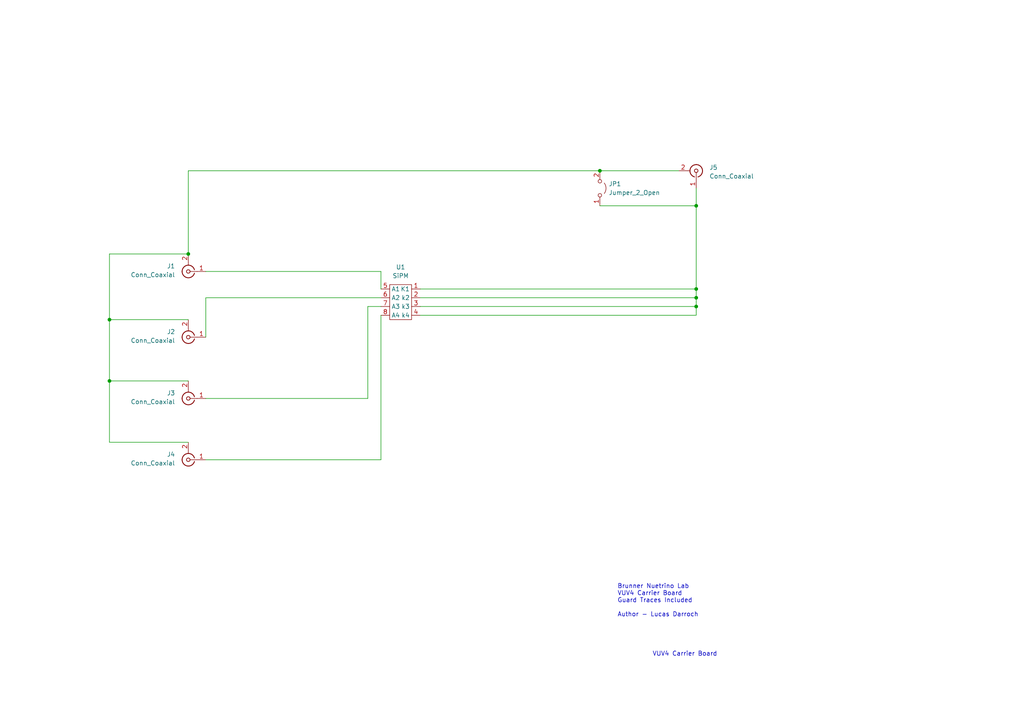
<source format=kicad_sch>
(kicad_sch (version 20211123) (generator eeschema)
  (paper "A4")
  (lib_symbols
    (symbol "Connector:Conn_Coaxial" (pin_names (offset 1.016) hide)
      (property "Reference" "J" (at 0.254 3.048 0))
      (property "Value" "Conn_Coaxial" (at 2.921 0 90))
      (symbol "Conn_Coaxial_0_1"
        (arc (start -1.778 -0.508) (mid 0.2311 -1.8066) (end 1.778 0) (stroke (width 0.254)))
        (polyline (pts (xy -2.54 0) (xy -0.508 0)))
        (polyline (pts (xy 0 -2.54) (xy 0 -1.778)))
        (circle (center 0 0) (radius 0.508) (stroke (width 0.2032)))
        (arc (start 1.778 0) (mid 0.2099 1.8101) (end -1.778 0.508) (stroke (width 0.254)))
      )
      (symbol "Conn_Coaxial_1_1"
        (pin passive line (at -5.08 0 0) (length 2.54) (name "In") (number "1"))
        (pin passive line (at 0 -5.08 90) (length 2.54) (name "Ext") (number "2"))
      )
    )
    (symbol "Jumper:Jumper_2_Open" (pin_names (offset 0) hide)
      (property "Reference" "JP" (at 0 2.794 0))
      (property "Value" "Jumper_2_Open" (at 0 -2.286 0))
      (symbol "Jumper_2_Open_0_0"
        (circle (center -2.032 0) (radius 0.508))
        (circle (center 2.032 0) (radius 0.508))
      )
      (symbol "Jumper_2_Open_0_1"
        (arc (start 1.524 1.27) (mid 0 1.778) (end -1.524 1.27))
      )
      (symbol "Jumper_2_Open_1_1"
        (pin passive line (at -5.08 0 0) (length 2.54) (name "A") (number "1"))
        (pin passive line (at 5.08 0 180) (length 2.54) (name "B") (number "2"))
      )
    )
    (symbol "VUV4-50q:SiPM"
      (property "Reference" "U1" (at 0.635 10.16 0))
      (property "Value" "SiPM" (at 0.635 7.62 0))
      (symbol "SiPM_0_1"
        (rectangle (start -2.54 5.08) (end 3.81 -5.08))
      )
      (symbol "SiPM_1_1"
        (pin output line (at 6.35 3.81 180) (length 2.54) (name "K1") (number "1"))
        (pin output line (at 6.35 1.27 180) (length 2.54) (name "k2") (number "2"))
        (pin output line (at 6.35 -1.27 180) (length 2.54) (name "k3") (number "3"))
        (pin output line (at 6.35 -3.81 180) (length 2.54) (name "k4") (number "4"))
        (pin input line (at -5.08 3.81 0) (length 2.54) (name "A1") (number "5"))
        (pin input line (at -5.08 1.27 0) (length 2.54) (name "A2") (number "6"))
        (pin input line (at -5.08 -1.27 0) (length 2.54) (name "A3") (number "7"))
        (pin input line (at -5.08 -3.81 0) (length 2.54) (name "A4") (number "8"))
      )
    )
  )
  (junction (at 201.93 59.69))
  (junction (at 201.93 83.82))
  (junction (at 54.61 73.66))
  (junction (at 31.75 110.49))
  (junction (at 173.99 49.53))
  (junction (at 201.93 86.36))
  (junction (at 31.75 92.71))
  (junction (at 201.93 88.9))
  (wire (pts (xy 201.93 86.36) (xy 201.93 88.9)))
  (wire (pts (xy 54.61 92.71) (xy 31.75 92.71)))
  (wire (pts (xy 106.68 115.57) (xy 59.69 115.57)))
  (wire (pts (xy 59.69 78.74) (xy 110.49 78.74)))
  (wire (pts (xy 201.93 91.44) (xy 121.92 91.44)))
  (wire (pts (xy 59.69 133.35) (xy 110.49 133.35)))
  (wire (pts (xy 201.93 54.61) (xy 201.93 59.69)))
  (wire (pts (xy 54.61 49.53) (xy 54.61 73.66)))
  (wire (pts (xy 110.49 133.35) (xy 110.49 91.44)))
  (wire (pts (xy 201.93 88.9) (xy 201.93 91.44)))
  (wire (pts (xy 121.92 88.9) (xy 201.93 88.9)))
  (wire (pts (xy 196.85 49.53) (xy 173.99 49.53)))
  (wire (pts (xy 59.69 86.36) (xy 59.69 97.79)))
  (wire (pts (xy 110.49 86.36) (xy 59.69 86.36)))
  (wire (pts (xy 106.68 88.9) (xy 106.68 115.57)))
  (wire (pts (xy 110.49 78.74) (xy 110.49 83.82)))
  (wire (pts (xy 31.75 92.71) (xy 31.75 110.49)))
  (wire (pts (xy 121.92 83.82) (xy 201.93 83.82)))
  (wire (pts (xy 31.75 110.49) (xy 31.75 128.27)))
  (wire (pts (xy 31.75 73.66) (xy 31.75 92.71)))
  (wire (pts (xy 31.75 128.27) (xy 54.61 128.27)))
  (wire (pts (xy 54.61 73.66) (xy 31.75 73.66)))
  (wire (pts (xy 121.92 86.36) (xy 201.93 86.36)))
  (wire (pts (xy 110.49 88.9) (xy 106.68 88.9)))
  (wire (pts (xy 173.99 49.53) (xy 54.61 49.53)))
  (wire (pts (xy 201.93 83.82) (xy 201.93 86.36)))
  (wire (pts (xy 31.75 110.49) (xy 54.61 110.49)))
  (wire (pts (xy 173.99 59.69) (xy 201.93 59.69)))
  (wire (pts (xy 201.93 59.69) (xy 201.93 83.82)))
  (text "VUV4 Carrier Board" (at 189.23 190.5 0) (effects (font (size 1.27 1.27)) (justify left bottom)))
  (text "Brunner Nuetrino Lab\nVUV4 Carrier Board\nGuard Traces Included\n\nAuthor - Lucas Darroch" (at 179.07 179.07 0) (effects (font (size 1.27 1.27)) (justify left bottom)))
  (symbol (lib_id "Connector:Conn_Coaxial") (at 54.61 115.57 180) (unit 1)
    (property "Reference" "J3" (at 50.8 114.0067 0) (effects (justify left)))
    (property "Value" "Conn_Coaxial" (at 50.8 116.5467 0) (effects (justify left)))
    (property "Footprint" "vuv4x2:MCX_Vertical" (effects hide))
    (property "Datasheet" " ~" (effects hide))
  )
  (symbol (lib_id "Jumper:Jumper_2_Open") (at 173.99 54.61 270) (mirror x) (unit 1)
    (property "Reference" "JP1" (at 176.53 53.3399 90) (effects (justify left)))
    (property "Value" "Jumper_2_Open" (at 176.53 55.8799 90) (effects (justify left)))
    (property "Footprint" "Connector_PinHeader_2.54mm:PinHeader_1x02_P2.54mm_Vertical" (effects hide))
  )
  (symbol (lib_id "Connector:Conn_Coaxial") (at 54.61 78.74 180) (unit 1)
    (property "Reference" "J1" (at 50.8 77.1767 0) (effects (justify left)))
    (property "Value" "Conn_Coaxial" (at 50.8 79.7167 0) (effects (justify left)))
    (property "Footprint" "vuv4x2:MCX_Vertical" (effects hide))
    (property "Datasheet" " ~" (effects hide))
  )
  (symbol (lib_id "Connector:Conn_Coaxial") (at 201.93 49.53 270) (mirror x) (unit 1)
    (property "Reference" "J5" (at 205.74 48.5773 90) (effects (justify left)))
    (property "Value" "Conn_Coaxial" (at 205.74 51.1173 90) (effects (justify left)))
    (property "Footprint" "vuv4x2:MCX_Vertical" (effects hide))
    (property "Datasheet" " ~" (effects hide))
  )
  (symbol (lib_id "Connector:Conn_Coaxial") (at 54.61 97.79 180) (unit 1)
    (property "Reference" "J2" (at 50.8 96.2267 0) (effects (justify left)))
    (property "Value" "Conn_Coaxial" (at 50.8 98.7667 0) (effects (justify left)))
    (property "Footprint" "vuv4x2:MCX_Vertical" (effects hide))
    (property "Datasheet" " ~" (effects hide))
  )
  (symbol (lib_id "Connector:Conn_Coaxial") (at 54.61 133.35 180) (unit 1)
    (property "Reference" "J4" (at 50.8 131.7867 0) (effects (justify left)))
    (property "Value" "Conn_Coaxial" (at 50.8 134.3267 0) (effects (justify left)))
    (property "Footprint" "vuv4x2:MCX_Vertical" (effects hide))
    (property "Datasheet" " ~" (effects hide))
  )
  (symbol (lib_id "VUV4-50q:SiPM") (at 115.57 87.63 0) (unit 1)
    (property "Reference" "U1" (at 116.205 77.47 0))
    (property "Value" "SiPM" (at 116.205 80.01 0))
    (property "Footprint" "vuv4x2:VUV4-50q" (effects hide))
  )
)
</source>
